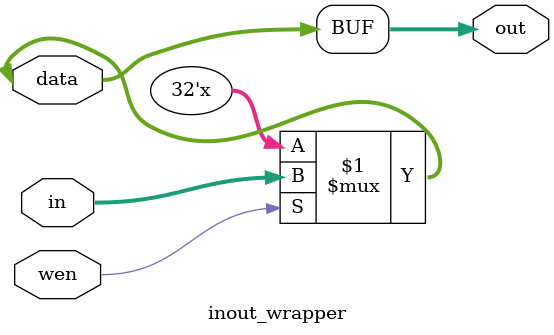
<source format=v>
module inout_wrapper #(parameter WIDTH = 32)(
    input wen,
    input [WIDTH - 1:0] in,
    output [WIDTH - 1:0] out,
    
    inout [WIDTH - 1:0] data
);

assign data = wen ? in : {WIDTH{1'bz}};
assign out = data;

endmodule
</source>
